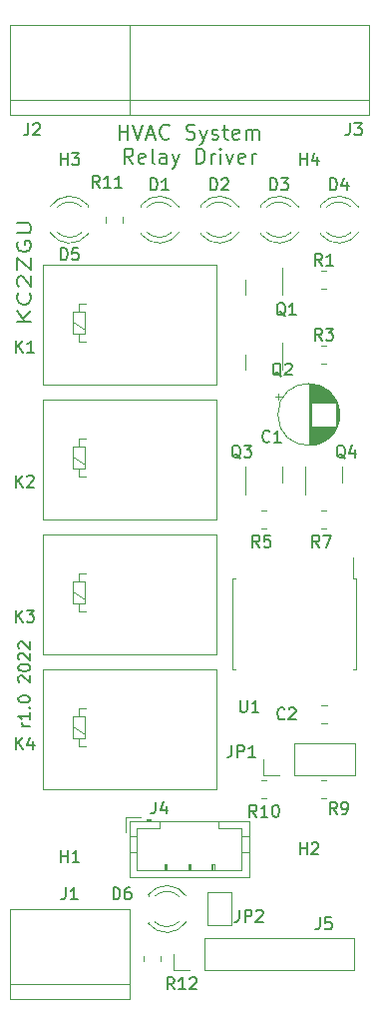
<source format=gbr>
%TF.GenerationSoftware,KiCad,Pcbnew,6.0.6*%
%TF.CreationDate,2022-09-30T13:38:31-04:00*%
%TF.ProjectId,hvac-r,68766163-2d72-42e6-9b69-6361645f7063,rev?*%
%TF.SameCoordinates,Original*%
%TF.FileFunction,Legend,Top*%
%TF.FilePolarity,Positive*%
%FSLAX46Y46*%
G04 Gerber Fmt 4.6, Leading zero omitted, Abs format (unit mm)*
G04 Created by KiCad (PCBNEW 6.0.6) date 2022-09-30 13:38:31*
%MOMM*%
%LPD*%
G01*
G04 APERTURE LIST*
%ADD10C,0.150000*%
%ADD11C,0.120000*%
G04 APERTURE END LIST*
D10*
X103322380Y-111497619D02*
X102655714Y-111497619D01*
X102846190Y-111497619D02*
X102750952Y-111450000D01*
X102703333Y-111402380D01*
X102655714Y-111307142D01*
X102655714Y-111211904D01*
X103322380Y-110354761D02*
X103322380Y-110926190D01*
X103322380Y-110640476D02*
X102322380Y-110640476D01*
X102465238Y-110735714D01*
X102560476Y-110830952D01*
X102608095Y-110926190D01*
X103227142Y-109926190D02*
X103274761Y-109878571D01*
X103322380Y-109926190D01*
X103274761Y-109973809D01*
X103227142Y-109926190D01*
X103322380Y-109926190D01*
X102322380Y-109259523D02*
X102322380Y-109164285D01*
X102370000Y-109069047D01*
X102417619Y-109021428D01*
X102512857Y-108973809D01*
X102703333Y-108926190D01*
X102941428Y-108926190D01*
X103131904Y-108973809D01*
X103227142Y-109021428D01*
X103274761Y-109069047D01*
X103322380Y-109164285D01*
X103322380Y-109259523D01*
X103274761Y-109354761D01*
X103227142Y-109402380D01*
X103131904Y-109450000D01*
X102941428Y-109497619D01*
X102703333Y-109497619D01*
X102512857Y-109450000D01*
X102417619Y-109402380D01*
X102370000Y-109354761D01*
X102322380Y-109259523D01*
X102417619Y-107783333D02*
X102370000Y-107735714D01*
X102322380Y-107640476D01*
X102322380Y-107402380D01*
X102370000Y-107307142D01*
X102417619Y-107259523D01*
X102512857Y-107211904D01*
X102608095Y-107211904D01*
X102750952Y-107259523D01*
X103322380Y-107830952D01*
X103322380Y-107211904D01*
X102322380Y-106592857D02*
X102322380Y-106497619D01*
X102370000Y-106402380D01*
X102417619Y-106354761D01*
X102512857Y-106307142D01*
X102703333Y-106259523D01*
X102941428Y-106259523D01*
X103131904Y-106307142D01*
X103227142Y-106354761D01*
X103274761Y-106402380D01*
X103322380Y-106497619D01*
X103322380Y-106592857D01*
X103274761Y-106688095D01*
X103227142Y-106735714D01*
X103131904Y-106783333D01*
X102941428Y-106830952D01*
X102703333Y-106830952D01*
X102512857Y-106783333D01*
X102417619Y-106735714D01*
X102370000Y-106688095D01*
X102322380Y-106592857D01*
X102417619Y-105878571D02*
X102370000Y-105830952D01*
X102322380Y-105735714D01*
X102322380Y-105497619D01*
X102370000Y-105402380D01*
X102417619Y-105354761D01*
X102512857Y-105307142D01*
X102608095Y-105307142D01*
X102750952Y-105354761D01*
X103322380Y-105926190D01*
X103322380Y-105307142D01*
X102417619Y-104926190D02*
X102370000Y-104878571D01*
X102322380Y-104783333D01*
X102322380Y-104545238D01*
X102370000Y-104450000D01*
X102417619Y-104402380D01*
X102512857Y-104354761D01*
X102608095Y-104354761D01*
X102750952Y-104402380D01*
X103322380Y-104973809D01*
X103322380Y-104354761D01*
X103387071Y-77197857D02*
X102244071Y-77197857D01*
X103387071Y-76327000D02*
X102733928Y-76980142D01*
X102244071Y-76327000D02*
X102897214Y-77197857D01*
X103278214Y-74803000D02*
X103332642Y-74875571D01*
X103387071Y-75093285D01*
X103387071Y-75238428D01*
X103332642Y-75456142D01*
X103223785Y-75601285D01*
X103114928Y-75673857D01*
X102897214Y-75746428D01*
X102733928Y-75746428D01*
X102516214Y-75673857D01*
X102407357Y-75601285D01*
X102298500Y-75456142D01*
X102244071Y-75238428D01*
X102244071Y-75093285D01*
X102298500Y-74875571D01*
X102352928Y-74803000D01*
X102352928Y-74222428D02*
X102298500Y-74149857D01*
X102244071Y-74004714D01*
X102244071Y-73641857D01*
X102298500Y-73496714D01*
X102352928Y-73424142D01*
X102461785Y-73351571D01*
X102570642Y-73351571D01*
X102733928Y-73424142D01*
X103387071Y-74295000D01*
X103387071Y-73351571D01*
X102244071Y-72843571D02*
X102244071Y-71827571D01*
X103387071Y-72843571D01*
X103387071Y-71827571D01*
X102298500Y-70448714D02*
X102244071Y-70593857D01*
X102244071Y-70811571D01*
X102298500Y-71029285D01*
X102407357Y-71174428D01*
X102516214Y-71247000D01*
X102733928Y-71319571D01*
X102897214Y-71319571D01*
X103114928Y-71247000D01*
X103223785Y-71174428D01*
X103332642Y-71029285D01*
X103387071Y-70811571D01*
X103387071Y-70666428D01*
X103332642Y-70448714D01*
X103278214Y-70376142D01*
X102897214Y-70376142D01*
X102897214Y-70666428D01*
X102244071Y-69723000D02*
X103169357Y-69723000D01*
X103278214Y-69650428D01*
X103332642Y-69577857D01*
X103387071Y-69432714D01*
X103387071Y-69142428D01*
X103332642Y-68997285D01*
X103278214Y-68924714D01*
X103169357Y-68852142D01*
X102244071Y-68852142D01*
X110913333Y-61782173D02*
X110913333Y-60512173D01*
X110913333Y-61116935D02*
X111639047Y-61116935D01*
X111639047Y-61782173D02*
X111639047Y-60512173D01*
X112062380Y-60512173D02*
X112485714Y-61782173D01*
X112909047Y-60512173D01*
X113271904Y-61419316D02*
X113876666Y-61419316D01*
X113150952Y-61782173D02*
X113574285Y-60512173D01*
X113997619Y-61782173D01*
X115146666Y-61661221D02*
X115086190Y-61721697D01*
X114904761Y-61782173D01*
X114783809Y-61782173D01*
X114602380Y-61721697D01*
X114481428Y-61600745D01*
X114420952Y-61479792D01*
X114360476Y-61237888D01*
X114360476Y-61056459D01*
X114420952Y-60814554D01*
X114481428Y-60693602D01*
X114602380Y-60572650D01*
X114783809Y-60512173D01*
X114904761Y-60512173D01*
X115086190Y-60572650D01*
X115146666Y-60633126D01*
X116598095Y-61721697D02*
X116779523Y-61782173D01*
X117081904Y-61782173D01*
X117202857Y-61721697D01*
X117263333Y-61661221D01*
X117323809Y-61540269D01*
X117323809Y-61419316D01*
X117263333Y-61298364D01*
X117202857Y-61237888D01*
X117081904Y-61177411D01*
X116840000Y-61116935D01*
X116719047Y-61056459D01*
X116658571Y-60995983D01*
X116598095Y-60875030D01*
X116598095Y-60754078D01*
X116658571Y-60633126D01*
X116719047Y-60572650D01*
X116840000Y-60512173D01*
X117142380Y-60512173D01*
X117323809Y-60572650D01*
X117747142Y-60935507D02*
X118049523Y-61782173D01*
X118351904Y-60935507D02*
X118049523Y-61782173D01*
X117928571Y-62084554D01*
X117868095Y-62145030D01*
X117747142Y-62205507D01*
X118775238Y-61721697D02*
X118896190Y-61782173D01*
X119138095Y-61782173D01*
X119259047Y-61721697D01*
X119319523Y-61600745D01*
X119319523Y-61540269D01*
X119259047Y-61419316D01*
X119138095Y-61358840D01*
X118956666Y-61358840D01*
X118835714Y-61298364D01*
X118775238Y-61177411D01*
X118775238Y-61116935D01*
X118835714Y-60995983D01*
X118956666Y-60935507D01*
X119138095Y-60935507D01*
X119259047Y-60995983D01*
X119682380Y-60935507D02*
X120166190Y-60935507D01*
X119863809Y-60512173D02*
X119863809Y-61600745D01*
X119924285Y-61721697D01*
X120045238Y-61782173D01*
X120166190Y-61782173D01*
X121073333Y-61721697D02*
X120952380Y-61782173D01*
X120710476Y-61782173D01*
X120589523Y-61721697D01*
X120529047Y-61600745D01*
X120529047Y-61116935D01*
X120589523Y-60995983D01*
X120710476Y-60935507D01*
X120952380Y-60935507D01*
X121073333Y-60995983D01*
X121133809Y-61116935D01*
X121133809Y-61237888D01*
X120529047Y-61358840D01*
X121678095Y-61782173D02*
X121678095Y-60935507D01*
X121678095Y-61056459D02*
X121738571Y-60995983D01*
X121859523Y-60935507D01*
X122040952Y-60935507D01*
X122161904Y-60995983D01*
X122222380Y-61116935D01*
X122222380Y-61782173D01*
X122222380Y-61116935D02*
X122282857Y-60995983D01*
X122403809Y-60935507D01*
X122585238Y-60935507D01*
X122706190Y-60995983D01*
X122766666Y-61116935D01*
X122766666Y-61782173D01*
X112062380Y-63826873D02*
X111639047Y-63222111D01*
X111336666Y-63826873D02*
X111336666Y-62556873D01*
X111820476Y-62556873D01*
X111941428Y-62617350D01*
X112001904Y-62677826D01*
X112062380Y-62798778D01*
X112062380Y-62980207D01*
X112001904Y-63101159D01*
X111941428Y-63161635D01*
X111820476Y-63222111D01*
X111336666Y-63222111D01*
X113090476Y-63766397D02*
X112969523Y-63826873D01*
X112727619Y-63826873D01*
X112606666Y-63766397D01*
X112546190Y-63645445D01*
X112546190Y-63161635D01*
X112606666Y-63040683D01*
X112727619Y-62980207D01*
X112969523Y-62980207D01*
X113090476Y-63040683D01*
X113150952Y-63161635D01*
X113150952Y-63282588D01*
X112546190Y-63403540D01*
X113876666Y-63826873D02*
X113755714Y-63766397D01*
X113695238Y-63645445D01*
X113695238Y-62556873D01*
X114904761Y-63826873D02*
X114904761Y-63161635D01*
X114844285Y-63040683D01*
X114723333Y-62980207D01*
X114481428Y-62980207D01*
X114360476Y-63040683D01*
X114904761Y-63766397D02*
X114783809Y-63826873D01*
X114481428Y-63826873D01*
X114360476Y-63766397D01*
X114300000Y-63645445D01*
X114300000Y-63524492D01*
X114360476Y-63403540D01*
X114481428Y-63343064D01*
X114783809Y-63343064D01*
X114904761Y-63282588D01*
X115388571Y-62980207D02*
X115690952Y-63826873D01*
X115993333Y-62980207D02*
X115690952Y-63826873D01*
X115570000Y-64129254D01*
X115509523Y-64189730D01*
X115388571Y-64250207D01*
X117444761Y-63826873D02*
X117444761Y-62556873D01*
X117747142Y-62556873D01*
X117928571Y-62617350D01*
X118049523Y-62738302D01*
X118110000Y-62859254D01*
X118170476Y-63101159D01*
X118170476Y-63282588D01*
X118110000Y-63524492D01*
X118049523Y-63645445D01*
X117928571Y-63766397D01*
X117747142Y-63826873D01*
X117444761Y-63826873D01*
X118714761Y-63826873D02*
X118714761Y-62980207D01*
X118714761Y-63222111D02*
X118775238Y-63101159D01*
X118835714Y-63040683D01*
X118956666Y-62980207D01*
X119077619Y-62980207D01*
X119500952Y-63826873D02*
X119500952Y-62980207D01*
X119500952Y-62556873D02*
X119440476Y-62617350D01*
X119500952Y-62677826D01*
X119561428Y-62617350D01*
X119500952Y-62556873D01*
X119500952Y-62677826D01*
X119984761Y-62980207D02*
X120287142Y-63826873D01*
X120589523Y-62980207D01*
X121557142Y-63766397D02*
X121436190Y-63826873D01*
X121194285Y-63826873D01*
X121073333Y-63766397D01*
X121012857Y-63645445D01*
X121012857Y-63161635D01*
X121073333Y-63040683D01*
X121194285Y-62980207D01*
X121436190Y-62980207D01*
X121557142Y-63040683D01*
X121617619Y-63161635D01*
X121617619Y-63282588D01*
X121012857Y-63403540D01*
X122161904Y-63826873D02*
X122161904Y-62980207D01*
X122161904Y-63222111D02*
X122222380Y-63101159D01*
X122282857Y-63040683D01*
X122403809Y-62980207D01*
X122524761Y-62980207D01*
%TO.C,JP2*%
X121086666Y-127087380D02*
X121086666Y-127801666D01*
X121039047Y-127944523D01*
X120943809Y-128039761D01*
X120800952Y-128087380D01*
X120705714Y-128087380D01*
X121562857Y-128087380D02*
X121562857Y-127087380D01*
X121943809Y-127087380D01*
X122039047Y-127135000D01*
X122086666Y-127182619D01*
X122134285Y-127277857D01*
X122134285Y-127420714D01*
X122086666Y-127515952D01*
X122039047Y-127563571D01*
X121943809Y-127611190D01*
X121562857Y-127611190D01*
X122515238Y-127182619D02*
X122562857Y-127135000D01*
X122658095Y-127087380D01*
X122896190Y-127087380D01*
X122991428Y-127135000D01*
X123039047Y-127182619D01*
X123086666Y-127277857D01*
X123086666Y-127373095D01*
X123039047Y-127515952D01*
X122467619Y-128087380D01*
X123086666Y-128087380D01*
%TO.C,R12*%
X115562142Y-133802380D02*
X115228809Y-133326190D01*
X114990714Y-133802380D02*
X114990714Y-132802380D01*
X115371666Y-132802380D01*
X115466904Y-132850000D01*
X115514523Y-132897619D01*
X115562142Y-132992857D01*
X115562142Y-133135714D01*
X115514523Y-133230952D01*
X115466904Y-133278571D01*
X115371666Y-133326190D01*
X114990714Y-133326190D01*
X116514523Y-133802380D02*
X115943095Y-133802380D01*
X116228809Y-133802380D02*
X116228809Y-132802380D01*
X116133571Y-132945238D01*
X116038333Y-133040476D01*
X115943095Y-133088095D01*
X116895476Y-132897619D02*
X116943095Y-132850000D01*
X117038333Y-132802380D01*
X117276428Y-132802380D01*
X117371666Y-132850000D01*
X117419285Y-132897619D01*
X117466904Y-132992857D01*
X117466904Y-133088095D01*
X117419285Y-133230952D01*
X116847857Y-133802380D01*
X117466904Y-133802380D01*
%TO.C,D6*%
X110386904Y-126182380D02*
X110386904Y-125182380D01*
X110625000Y-125182380D01*
X110767857Y-125230000D01*
X110863095Y-125325238D01*
X110910714Y-125420476D01*
X110958333Y-125610952D01*
X110958333Y-125753809D01*
X110910714Y-125944285D01*
X110863095Y-126039523D01*
X110767857Y-126134761D01*
X110625000Y-126182380D01*
X110386904Y-126182380D01*
X111815476Y-125182380D02*
X111625000Y-125182380D01*
X111529761Y-125230000D01*
X111482142Y-125277619D01*
X111386904Y-125420476D01*
X111339285Y-125610952D01*
X111339285Y-125991904D01*
X111386904Y-126087142D01*
X111434523Y-126134761D01*
X111529761Y-126182380D01*
X111720238Y-126182380D01*
X111815476Y-126134761D01*
X111863095Y-126087142D01*
X111910714Y-125991904D01*
X111910714Y-125753809D01*
X111863095Y-125658571D01*
X111815476Y-125610952D01*
X111720238Y-125563333D01*
X111529761Y-125563333D01*
X111434523Y-125610952D01*
X111386904Y-125658571D01*
X111339285Y-125753809D01*
%TO.C,R11*%
X109212142Y-65857380D02*
X108878809Y-65381190D01*
X108640714Y-65857380D02*
X108640714Y-64857380D01*
X109021666Y-64857380D01*
X109116904Y-64905000D01*
X109164523Y-64952619D01*
X109212142Y-65047857D01*
X109212142Y-65190714D01*
X109164523Y-65285952D01*
X109116904Y-65333571D01*
X109021666Y-65381190D01*
X108640714Y-65381190D01*
X110164523Y-65857380D02*
X109593095Y-65857380D01*
X109878809Y-65857380D02*
X109878809Y-64857380D01*
X109783571Y-65000238D01*
X109688333Y-65095476D01*
X109593095Y-65143095D01*
X111116904Y-65857380D02*
X110545476Y-65857380D01*
X110831190Y-65857380D02*
X110831190Y-64857380D01*
X110735952Y-65000238D01*
X110640714Y-65095476D01*
X110545476Y-65143095D01*
%TO.C,D5*%
X105941904Y-71992380D02*
X105941904Y-70992380D01*
X106180000Y-70992380D01*
X106322857Y-71040000D01*
X106418095Y-71135238D01*
X106465714Y-71230476D01*
X106513333Y-71420952D01*
X106513333Y-71563809D01*
X106465714Y-71754285D01*
X106418095Y-71849523D01*
X106322857Y-71944761D01*
X106180000Y-71992380D01*
X105941904Y-71992380D01*
X107418095Y-70992380D02*
X106941904Y-70992380D01*
X106894285Y-71468571D01*
X106941904Y-71420952D01*
X107037142Y-71373333D01*
X107275238Y-71373333D01*
X107370476Y-71420952D01*
X107418095Y-71468571D01*
X107465714Y-71563809D01*
X107465714Y-71801904D01*
X107418095Y-71897142D01*
X107370476Y-71944761D01*
X107275238Y-71992380D01*
X107037142Y-71992380D01*
X106941904Y-71944761D01*
X106894285Y-71897142D01*
%TO.C,H4*%
X126238095Y-63952380D02*
X126238095Y-62952380D01*
X126238095Y-63428571D02*
X126809523Y-63428571D01*
X126809523Y-63952380D02*
X126809523Y-62952380D01*
X127714285Y-63285714D02*
X127714285Y-63952380D01*
X127476190Y-62904761D02*
X127238095Y-63619047D01*
X127857142Y-63619047D01*
%TO.C,H3*%
X105918095Y-63952380D02*
X105918095Y-62952380D01*
X105918095Y-63428571D02*
X106489523Y-63428571D01*
X106489523Y-63952380D02*
X106489523Y-62952380D01*
X106870476Y-62952380D02*
X107489523Y-62952380D01*
X107156190Y-63333333D01*
X107299047Y-63333333D01*
X107394285Y-63380952D01*
X107441904Y-63428571D01*
X107489523Y-63523809D01*
X107489523Y-63761904D01*
X107441904Y-63857142D01*
X107394285Y-63904761D01*
X107299047Y-63952380D01*
X107013333Y-63952380D01*
X106918095Y-63904761D01*
X106870476Y-63857142D01*
%TO.C,H2*%
X126238095Y-122372380D02*
X126238095Y-121372380D01*
X126238095Y-121848571D02*
X126809523Y-121848571D01*
X126809523Y-122372380D02*
X126809523Y-121372380D01*
X127238095Y-121467619D02*
X127285714Y-121420000D01*
X127380952Y-121372380D01*
X127619047Y-121372380D01*
X127714285Y-121420000D01*
X127761904Y-121467619D01*
X127809523Y-121562857D01*
X127809523Y-121658095D01*
X127761904Y-121800952D01*
X127190476Y-122372380D01*
X127809523Y-122372380D01*
%TO.C,H1*%
X105918095Y-123007380D02*
X105918095Y-122007380D01*
X105918095Y-122483571D02*
X106489523Y-122483571D01*
X106489523Y-123007380D02*
X106489523Y-122007380D01*
X107489523Y-123007380D02*
X106918095Y-123007380D01*
X107203809Y-123007380D02*
X107203809Y-122007380D01*
X107108571Y-122150238D01*
X107013333Y-122245476D01*
X106918095Y-122293095D01*
%TO.C,U1*%
X121158095Y-109307380D02*
X121158095Y-110116904D01*
X121205714Y-110212142D01*
X121253333Y-110259761D01*
X121348571Y-110307380D01*
X121539047Y-110307380D01*
X121634285Y-110259761D01*
X121681904Y-110212142D01*
X121729523Y-110116904D01*
X121729523Y-109307380D01*
X122729523Y-110307380D02*
X122158095Y-110307380D01*
X122443809Y-110307380D02*
X122443809Y-109307380D01*
X122348571Y-109450238D01*
X122253333Y-109545476D01*
X122158095Y-109593095D01*
%TO.C,R10*%
X122547142Y-119197380D02*
X122213809Y-118721190D01*
X121975714Y-119197380D02*
X121975714Y-118197380D01*
X122356666Y-118197380D01*
X122451904Y-118245000D01*
X122499523Y-118292619D01*
X122547142Y-118387857D01*
X122547142Y-118530714D01*
X122499523Y-118625952D01*
X122451904Y-118673571D01*
X122356666Y-118721190D01*
X121975714Y-118721190D01*
X123499523Y-119197380D02*
X122928095Y-119197380D01*
X123213809Y-119197380D02*
X123213809Y-118197380D01*
X123118571Y-118340238D01*
X123023333Y-118435476D01*
X122928095Y-118483095D01*
X124118571Y-118197380D02*
X124213809Y-118197380D01*
X124309047Y-118245000D01*
X124356666Y-118292619D01*
X124404285Y-118387857D01*
X124451904Y-118578333D01*
X124451904Y-118816428D01*
X124404285Y-119006904D01*
X124356666Y-119102142D01*
X124309047Y-119149761D01*
X124213809Y-119197380D01*
X124118571Y-119197380D01*
X124023333Y-119149761D01*
X123975714Y-119102142D01*
X123928095Y-119006904D01*
X123880476Y-118816428D01*
X123880476Y-118578333D01*
X123928095Y-118387857D01*
X123975714Y-118292619D01*
X124023333Y-118245000D01*
X124118571Y-118197380D01*
%TO.C,R9*%
X129373333Y-118942380D02*
X129040000Y-118466190D01*
X128801904Y-118942380D02*
X128801904Y-117942380D01*
X129182857Y-117942380D01*
X129278095Y-117990000D01*
X129325714Y-118037619D01*
X129373333Y-118132857D01*
X129373333Y-118275714D01*
X129325714Y-118370952D01*
X129278095Y-118418571D01*
X129182857Y-118466190D01*
X128801904Y-118466190D01*
X129849523Y-118942380D02*
X130040000Y-118942380D01*
X130135238Y-118894761D01*
X130182857Y-118847142D01*
X130278095Y-118704285D01*
X130325714Y-118513809D01*
X130325714Y-118132857D01*
X130278095Y-118037619D01*
X130230476Y-117990000D01*
X130135238Y-117942380D01*
X129944761Y-117942380D01*
X129849523Y-117990000D01*
X129801904Y-118037619D01*
X129754285Y-118132857D01*
X129754285Y-118370952D01*
X129801904Y-118466190D01*
X129849523Y-118513809D01*
X129944761Y-118561428D01*
X130135238Y-118561428D01*
X130230476Y-118513809D01*
X130278095Y-118466190D01*
X130325714Y-118370952D01*
%TO.C,R7*%
X127876269Y-96337380D02*
X127542936Y-95861190D01*
X127304840Y-96337380D02*
X127304840Y-95337380D01*
X127685793Y-95337380D01*
X127781031Y-95385000D01*
X127828650Y-95432619D01*
X127876269Y-95527857D01*
X127876269Y-95670714D01*
X127828650Y-95765952D01*
X127781031Y-95813571D01*
X127685793Y-95861190D01*
X127304840Y-95861190D01*
X128209602Y-95337380D02*
X128876269Y-95337380D01*
X128447697Y-96337380D01*
%TO.C,R5*%
X122796269Y-96337380D02*
X122462936Y-95861190D01*
X122224840Y-96337380D02*
X122224840Y-95337380D01*
X122605793Y-95337380D01*
X122701031Y-95385000D01*
X122748650Y-95432619D01*
X122796269Y-95527857D01*
X122796269Y-95670714D01*
X122748650Y-95765952D01*
X122701031Y-95813571D01*
X122605793Y-95861190D01*
X122224840Y-95861190D01*
X123701031Y-95337380D02*
X123224840Y-95337380D01*
X123177221Y-95813571D01*
X123224840Y-95765952D01*
X123320078Y-95718333D01*
X123558174Y-95718333D01*
X123653412Y-95765952D01*
X123701031Y-95813571D01*
X123748650Y-95908809D01*
X123748650Y-96146904D01*
X123701031Y-96242142D01*
X123653412Y-96289761D01*
X123558174Y-96337380D01*
X123320078Y-96337380D01*
X123224840Y-96289761D01*
X123177221Y-96242142D01*
%TO.C,R3*%
X128103333Y-78812380D02*
X127770000Y-78336190D01*
X127531904Y-78812380D02*
X127531904Y-77812380D01*
X127912857Y-77812380D01*
X128008095Y-77860000D01*
X128055714Y-77907619D01*
X128103333Y-78002857D01*
X128103333Y-78145714D01*
X128055714Y-78240952D01*
X128008095Y-78288571D01*
X127912857Y-78336190D01*
X127531904Y-78336190D01*
X128436666Y-77812380D02*
X129055714Y-77812380D01*
X128722380Y-78193333D01*
X128865238Y-78193333D01*
X128960476Y-78240952D01*
X129008095Y-78288571D01*
X129055714Y-78383809D01*
X129055714Y-78621904D01*
X129008095Y-78717142D01*
X128960476Y-78764761D01*
X128865238Y-78812380D01*
X128579523Y-78812380D01*
X128484285Y-78764761D01*
X128436666Y-78717142D01*
%TO.C,R1*%
X128103333Y-72462380D02*
X127770000Y-71986190D01*
X127531904Y-72462380D02*
X127531904Y-71462380D01*
X127912857Y-71462380D01*
X128008095Y-71510000D01*
X128055714Y-71557619D01*
X128103333Y-71652857D01*
X128103333Y-71795714D01*
X128055714Y-71890952D01*
X128008095Y-71938571D01*
X127912857Y-71986190D01*
X127531904Y-71986190D01*
X129055714Y-72462380D02*
X128484285Y-72462380D01*
X128770000Y-72462380D02*
X128770000Y-71462380D01*
X128674761Y-71605238D01*
X128579523Y-71700476D01*
X128484285Y-71748095D01*
%TO.C,Q4*%
X130079761Y-88812619D02*
X129984523Y-88765000D01*
X129889285Y-88669761D01*
X129746428Y-88526904D01*
X129651190Y-88479285D01*
X129555952Y-88479285D01*
X129603571Y-88717380D02*
X129508333Y-88669761D01*
X129413095Y-88574523D01*
X129365476Y-88384047D01*
X129365476Y-88050714D01*
X129413095Y-87860238D01*
X129508333Y-87765000D01*
X129603571Y-87717380D01*
X129794047Y-87717380D01*
X129889285Y-87765000D01*
X129984523Y-87860238D01*
X130032142Y-88050714D01*
X130032142Y-88384047D01*
X129984523Y-88574523D01*
X129889285Y-88669761D01*
X129794047Y-88717380D01*
X129603571Y-88717380D01*
X130889285Y-88050714D02*
X130889285Y-88717380D01*
X130651190Y-87669761D02*
X130413095Y-88384047D01*
X131032142Y-88384047D01*
%TO.C,Q3*%
X121189761Y-88812619D02*
X121094523Y-88765000D01*
X120999285Y-88669761D01*
X120856428Y-88526904D01*
X120761190Y-88479285D01*
X120665952Y-88479285D01*
X120713571Y-88717380D02*
X120618333Y-88669761D01*
X120523095Y-88574523D01*
X120475476Y-88384047D01*
X120475476Y-88050714D01*
X120523095Y-87860238D01*
X120618333Y-87765000D01*
X120713571Y-87717380D01*
X120904047Y-87717380D01*
X120999285Y-87765000D01*
X121094523Y-87860238D01*
X121142142Y-88050714D01*
X121142142Y-88384047D01*
X121094523Y-88574523D01*
X120999285Y-88669761D01*
X120904047Y-88717380D01*
X120713571Y-88717380D01*
X121475476Y-87717380D02*
X122094523Y-87717380D01*
X121761190Y-88098333D01*
X121904047Y-88098333D01*
X121999285Y-88145952D01*
X122046904Y-88193571D01*
X122094523Y-88288809D01*
X122094523Y-88526904D01*
X122046904Y-88622142D01*
X121999285Y-88669761D01*
X121904047Y-88717380D01*
X121618333Y-88717380D01*
X121523095Y-88669761D01*
X121475476Y-88622142D01*
%TO.C,Q2*%
X124654761Y-81842619D02*
X124559523Y-81795000D01*
X124464285Y-81699761D01*
X124321428Y-81556904D01*
X124226190Y-81509285D01*
X124130952Y-81509285D01*
X124178571Y-81747380D02*
X124083333Y-81699761D01*
X123988095Y-81604523D01*
X123940476Y-81414047D01*
X123940476Y-81080714D01*
X123988095Y-80890238D01*
X124083333Y-80795000D01*
X124178571Y-80747380D01*
X124369047Y-80747380D01*
X124464285Y-80795000D01*
X124559523Y-80890238D01*
X124607142Y-81080714D01*
X124607142Y-81414047D01*
X124559523Y-81604523D01*
X124464285Y-81699761D01*
X124369047Y-81747380D01*
X124178571Y-81747380D01*
X124988095Y-80842619D02*
X125035714Y-80795000D01*
X125130952Y-80747380D01*
X125369047Y-80747380D01*
X125464285Y-80795000D01*
X125511904Y-80842619D01*
X125559523Y-80937857D01*
X125559523Y-81033095D01*
X125511904Y-81175952D01*
X124940476Y-81747380D01*
X125559523Y-81747380D01*
%TO.C,Q1*%
X124999761Y-76747619D02*
X124904523Y-76700000D01*
X124809285Y-76604761D01*
X124666428Y-76461904D01*
X124571190Y-76414285D01*
X124475952Y-76414285D01*
X124523571Y-76652380D02*
X124428333Y-76604761D01*
X124333095Y-76509523D01*
X124285476Y-76319047D01*
X124285476Y-75985714D01*
X124333095Y-75795238D01*
X124428333Y-75700000D01*
X124523571Y-75652380D01*
X124714047Y-75652380D01*
X124809285Y-75700000D01*
X124904523Y-75795238D01*
X124952142Y-75985714D01*
X124952142Y-76319047D01*
X124904523Y-76509523D01*
X124809285Y-76604761D01*
X124714047Y-76652380D01*
X124523571Y-76652380D01*
X125904523Y-76652380D02*
X125333095Y-76652380D01*
X125618809Y-76652380D02*
X125618809Y-75652380D01*
X125523571Y-75795238D01*
X125428333Y-75890476D01*
X125333095Y-75938095D01*
%TO.C,K4*%
X102131904Y-113482380D02*
X102131904Y-112482380D01*
X102703333Y-113482380D02*
X102274761Y-112910952D01*
X102703333Y-112482380D02*
X102131904Y-113053809D01*
X103560476Y-112815714D02*
X103560476Y-113482380D01*
X103322380Y-112434761D02*
X103084285Y-113149047D01*
X103703333Y-113149047D01*
%TO.C,K3*%
X102131904Y-102687380D02*
X102131904Y-101687380D01*
X102703333Y-102687380D02*
X102274761Y-102115952D01*
X102703333Y-101687380D02*
X102131904Y-102258809D01*
X103036666Y-101687380D02*
X103655714Y-101687380D01*
X103322380Y-102068333D01*
X103465238Y-102068333D01*
X103560476Y-102115952D01*
X103608095Y-102163571D01*
X103655714Y-102258809D01*
X103655714Y-102496904D01*
X103608095Y-102592142D01*
X103560476Y-102639761D01*
X103465238Y-102687380D01*
X103179523Y-102687380D01*
X103084285Y-102639761D01*
X103036666Y-102592142D01*
%TO.C,K2*%
X102131904Y-91257380D02*
X102131904Y-90257380D01*
X102703333Y-91257380D02*
X102274761Y-90685952D01*
X102703333Y-90257380D02*
X102131904Y-90828809D01*
X103084285Y-90352619D02*
X103131904Y-90305000D01*
X103227142Y-90257380D01*
X103465238Y-90257380D01*
X103560476Y-90305000D01*
X103608095Y-90352619D01*
X103655714Y-90447857D01*
X103655714Y-90543095D01*
X103608095Y-90685952D01*
X103036666Y-91257380D01*
X103655714Y-91257380D01*
%TO.C,K1*%
X102131904Y-79827380D02*
X102131904Y-78827380D01*
X102703333Y-79827380D02*
X102274761Y-79255952D01*
X102703333Y-78827380D02*
X102131904Y-79398809D01*
X103655714Y-79827380D02*
X103084285Y-79827380D01*
X103370000Y-79827380D02*
X103370000Y-78827380D01*
X103274761Y-78970238D01*
X103179523Y-79065476D01*
X103084285Y-79113095D01*
%TO.C,JP1*%
X120451666Y-113117380D02*
X120451666Y-113831666D01*
X120404047Y-113974523D01*
X120308809Y-114069761D01*
X120165952Y-114117380D01*
X120070714Y-114117380D01*
X120927857Y-114117380D02*
X120927857Y-113117380D01*
X121308809Y-113117380D01*
X121404047Y-113165000D01*
X121451666Y-113212619D01*
X121499285Y-113307857D01*
X121499285Y-113450714D01*
X121451666Y-113545952D01*
X121404047Y-113593571D01*
X121308809Y-113641190D01*
X120927857Y-113641190D01*
X122451666Y-114117380D02*
X121880238Y-114117380D01*
X122165952Y-114117380D02*
X122165952Y-113117380D01*
X122070714Y-113260238D01*
X121975476Y-113355476D01*
X121880238Y-113403095D01*
%TO.C,J5*%
X127936666Y-127722380D02*
X127936666Y-128436666D01*
X127889047Y-128579523D01*
X127793809Y-128674761D01*
X127650952Y-128722380D01*
X127555714Y-128722380D01*
X128889047Y-127722380D02*
X128412857Y-127722380D01*
X128365238Y-128198571D01*
X128412857Y-128150952D01*
X128508095Y-128103333D01*
X128746190Y-128103333D01*
X128841428Y-128150952D01*
X128889047Y-128198571D01*
X128936666Y-128293809D01*
X128936666Y-128531904D01*
X128889047Y-128627142D01*
X128841428Y-128674761D01*
X128746190Y-128722380D01*
X128508095Y-128722380D01*
X128412857Y-128674761D01*
X128365238Y-128627142D01*
%TO.C,J4*%
X113966666Y-117922380D02*
X113966666Y-118636666D01*
X113919047Y-118779523D01*
X113823809Y-118874761D01*
X113680952Y-118922380D01*
X113585714Y-118922380D01*
X114871428Y-118255714D02*
X114871428Y-118922380D01*
X114633333Y-117874761D02*
X114395238Y-118589047D01*
X115014285Y-118589047D01*
%TO.C,J3*%
X130476666Y-60412380D02*
X130476666Y-61126666D01*
X130429047Y-61269523D01*
X130333809Y-61364761D01*
X130190952Y-61412380D01*
X130095714Y-61412380D01*
X130857619Y-60412380D02*
X131476666Y-60412380D01*
X131143333Y-60793333D01*
X131286190Y-60793333D01*
X131381428Y-60840952D01*
X131429047Y-60888571D01*
X131476666Y-60983809D01*
X131476666Y-61221904D01*
X131429047Y-61317142D01*
X131381428Y-61364761D01*
X131286190Y-61412380D01*
X131000476Y-61412380D01*
X130905238Y-61364761D01*
X130857619Y-61317142D01*
%TO.C,J2*%
X103171666Y-60412380D02*
X103171666Y-61126666D01*
X103124047Y-61269523D01*
X103028809Y-61364761D01*
X102885952Y-61412380D01*
X102790714Y-61412380D01*
X103600238Y-60507619D02*
X103647857Y-60460000D01*
X103743095Y-60412380D01*
X103981190Y-60412380D01*
X104076428Y-60460000D01*
X104124047Y-60507619D01*
X104171666Y-60602857D01*
X104171666Y-60698095D01*
X104124047Y-60840952D01*
X103552619Y-61412380D01*
X104171666Y-61412380D01*
%TO.C,J1*%
X106346666Y-125182380D02*
X106346666Y-125896666D01*
X106299047Y-126039523D01*
X106203809Y-126134761D01*
X106060952Y-126182380D01*
X105965714Y-126182380D01*
X107346666Y-126182380D02*
X106775238Y-126182380D01*
X107060952Y-126182380D02*
X107060952Y-125182380D01*
X106965714Y-125325238D01*
X106870476Y-125420476D01*
X106775238Y-125468095D01*
%TO.C,D4*%
X128801904Y-66072380D02*
X128801904Y-65072380D01*
X129040000Y-65072380D01*
X129182857Y-65120000D01*
X129278095Y-65215238D01*
X129325714Y-65310476D01*
X129373333Y-65500952D01*
X129373333Y-65643809D01*
X129325714Y-65834285D01*
X129278095Y-65929523D01*
X129182857Y-66024761D01*
X129040000Y-66072380D01*
X128801904Y-66072380D01*
X130230476Y-65405714D02*
X130230476Y-66072380D01*
X129992380Y-65024761D02*
X129754285Y-65739047D01*
X130373333Y-65739047D01*
%TO.C,D3*%
X123721904Y-66072380D02*
X123721904Y-65072380D01*
X123960000Y-65072380D01*
X124102857Y-65120000D01*
X124198095Y-65215238D01*
X124245714Y-65310476D01*
X124293333Y-65500952D01*
X124293333Y-65643809D01*
X124245714Y-65834285D01*
X124198095Y-65929523D01*
X124102857Y-66024761D01*
X123960000Y-66072380D01*
X123721904Y-66072380D01*
X124626666Y-65072380D02*
X125245714Y-65072380D01*
X124912380Y-65453333D01*
X125055238Y-65453333D01*
X125150476Y-65500952D01*
X125198095Y-65548571D01*
X125245714Y-65643809D01*
X125245714Y-65881904D01*
X125198095Y-65977142D01*
X125150476Y-66024761D01*
X125055238Y-66072380D01*
X124769523Y-66072380D01*
X124674285Y-66024761D01*
X124626666Y-65977142D01*
%TO.C,D2*%
X118641904Y-66072380D02*
X118641904Y-65072380D01*
X118880000Y-65072380D01*
X119022857Y-65120000D01*
X119118095Y-65215238D01*
X119165714Y-65310476D01*
X119213333Y-65500952D01*
X119213333Y-65643809D01*
X119165714Y-65834285D01*
X119118095Y-65929523D01*
X119022857Y-66024761D01*
X118880000Y-66072380D01*
X118641904Y-66072380D01*
X119594285Y-65167619D02*
X119641904Y-65120000D01*
X119737142Y-65072380D01*
X119975238Y-65072380D01*
X120070476Y-65120000D01*
X120118095Y-65167619D01*
X120165714Y-65262857D01*
X120165714Y-65358095D01*
X120118095Y-65500952D01*
X119546666Y-66072380D01*
X120165714Y-66072380D01*
%TO.C,D1*%
X113561904Y-66072380D02*
X113561904Y-65072380D01*
X113800000Y-65072380D01*
X113942857Y-65120000D01*
X114038095Y-65215238D01*
X114085714Y-65310476D01*
X114133333Y-65500952D01*
X114133333Y-65643809D01*
X114085714Y-65834285D01*
X114038095Y-65929523D01*
X113942857Y-66024761D01*
X113800000Y-66072380D01*
X113561904Y-66072380D01*
X115085714Y-66072380D02*
X114514285Y-66072380D01*
X114800000Y-66072380D02*
X114800000Y-65072380D01*
X114704761Y-65215238D01*
X114609523Y-65310476D01*
X114514285Y-65358095D01*
%TO.C,C2*%
X124928333Y-110847142D02*
X124880714Y-110894761D01*
X124737857Y-110942380D01*
X124642619Y-110942380D01*
X124499761Y-110894761D01*
X124404523Y-110799523D01*
X124356904Y-110704285D01*
X124309285Y-110513809D01*
X124309285Y-110370952D01*
X124356904Y-110180476D01*
X124404523Y-110085238D01*
X124499761Y-109990000D01*
X124642619Y-109942380D01*
X124737857Y-109942380D01*
X124880714Y-109990000D01*
X124928333Y-110037619D01*
X125309285Y-110037619D02*
X125356904Y-109990000D01*
X125452142Y-109942380D01*
X125690238Y-109942380D01*
X125785476Y-109990000D01*
X125833095Y-110037619D01*
X125880714Y-110132857D01*
X125880714Y-110228095D01*
X125833095Y-110370952D01*
X125261666Y-110942380D01*
X125880714Y-110942380D01*
%TO.C,C1*%
X123658333Y-87352142D02*
X123610714Y-87399761D01*
X123467857Y-87447380D01*
X123372619Y-87447380D01*
X123229761Y-87399761D01*
X123134523Y-87304523D01*
X123086904Y-87209285D01*
X123039285Y-87018809D01*
X123039285Y-86875952D01*
X123086904Y-86685476D01*
X123134523Y-86590238D01*
X123229761Y-86495000D01*
X123372619Y-86447380D01*
X123467857Y-86447380D01*
X123610714Y-86495000D01*
X123658333Y-86542619D01*
X124610714Y-87447380D02*
X124039285Y-87447380D01*
X124325000Y-87447380D02*
X124325000Y-86447380D01*
X124229761Y-86590238D01*
X124134523Y-86685476D01*
X124039285Y-86733095D01*
D11*
%TO.C,JP2*%
X118380000Y-128400000D02*
X118380000Y-125600000D01*
X118380000Y-125600000D02*
X120380000Y-125600000D01*
X120380000Y-125600000D02*
X120380000Y-128400000D01*
X120380000Y-128400000D02*
X118380000Y-128400000D01*
%TO.C,R12*%
X114400000Y-130947936D02*
X114400000Y-131402064D01*
X112930000Y-130947936D02*
X112930000Y-131402064D01*
%TO.C,D6*%
X113370000Y-125764000D02*
X113370000Y-125920000D01*
X113370000Y-128080000D02*
X113370000Y-128236000D01*
X115971130Y-125920163D02*
G75*
G03*
X113889039Y-125920000I-1041130J-1079837D01*
G01*
X113370000Y-128235516D02*
G75*
G03*
X116602335Y-128078608I1560000J1235516D01*
G01*
X113889039Y-128080000D02*
G75*
G03*
X115971130Y-128079837I1040961J1080000D01*
G01*
X116602335Y-125921392D02*
G75*
G03*
X113370000Y-125764484I-1672335J-1078608D01*
G01*
%TO.C,R11*%
X111225000Y-68352936D02*
X111225000Y-68807064D01*
X109755000Y-68352936D02*
X109755000Y-68807064D01*
%TO.C,D5*%
X108240000Y-69816000D02*
X108240000Y-69660000D01*
X108240000Y-67500000D02*
X108240000Y-67344000D01*
X105638870Y-69659837D02*
G75*
G03*
X107720961Y-69660000I1041130J1079837D01*
G01*
X108240000Y-67344484D02*
G75*
G03*
X105007665Y-67501392I-1560000J-1235516D01*
G01*
X107720961Y-67500000D02*
G75*
G03*
X105638870Y-67500163I-1040961J-1080000D01*
G01*
X105007665Y-69658608D02*
G75*
G03*
X108240000Y-69815516I1672335J1078608D01*
G01*
%TO.C,U1*%
X120470000Y-106730000D02*
X120725000Y-106730000D01*
X120470000Y-102870000D02*
X120470000Y-106730000D01*
X120470000Y-99010000D02*
X120725000Y-99010000D01*
X130735000Y-99010000D02*
X130735000Y-97195000D01*
X120470000Y-102870000D02*
X120470000Y-99010000D01*
X130990000Y-106730000D02*
X130735000Y-106730000D01*
X130990000Y-99010000D02*
X130735000Y-99010000D01*
X130990000Y-102870000D02*
X130990000Y-106730000D01*
X130990000Y-102870000D02*
X130990000Y-99010000D01*
%TO.C,R10*%
X122962936Y-116105000D02*
X123417064Y-116105000D01*
X122962936Y-117575000D02*
X123417064Y-117575000D01*
%TO.C,R9*%
X128497064Y-117575000D02*
X128042936Y-117575000D01*
X128497064Y-116105000D02*
X128042936Y-116105000D01*
%TO.C,R7*%
X128042936Y-93245000D02*
X128497064Y-93245000D01*
X128042936Y-94715000D02*
X128497064Y-94715000D01*
%TO.C,R5*%
X122962936Y-93245000D02*
X123417064Y-93245000D01*
X122962936Y-94715000D02*
X123417064Y-94715000D01*
%TO.C,R3*%
X128042936Y-79275000D02*
X128497064Y-79275000D01*
X128042936Y-80745000D02*
X128497064Y-80745000D01*
%TO.C,R1*%
X128042936Y-72925000D02*
X128497064Y-72925000D01*
X128042936Y-74395000D02*
X128497064Y-74395000D01*
%TO.C,Q4*%
X126710000Y-90170000D02*
X126710000Y-89520000D01*
X129830000Y-90170000D02*
X129830000Y-89520000D01*
X126710000Y-90170000D02*
X126710000Y-91845000D01*
X129830000Y-90170000D02*
X129830000Y-90820000D01*
%TO.C,Q3*%
X121630000Y-90170000D02*
X121630000Y-89520000D01*
X124750000Y-90170000D02*
X124750000Y-89520000D01*
X121630000Y-90170000D02*
X121630000Y-91845000D01*
X124750000Y-90170000D02*
X124750000Y-90820000D01*
%TO.C,Q2*%
X124750000Y-80645000D02*
X124750000Y-81295000D01*
X121630000Y-80645000D02*
X121630000Y-81295000D01*
X124750000Y-80645000D02*
X124750000Y-78970000D01*
X121630000Y-80645000D02*
X121630000Y-79995000D01*
%TO.C,Q1*%
X124750000Y-74295000D02*
X124750000Y-74945000D01*
X121630000Y-74295000D02*
X121630000Y-74945000D01*
X124750000Y-74295000D02*
X124750000Y-72620000D01*
X121630000Y-74295000D02*
X121630000Y-73645000D01*
%TO.C,K4*%
X108077000Y-113182000D02*
X107442000Y-113182000D01*
X106934000Y-110642000D02*
X106934000Y-112547000D01*
X107442000Y-113182000D02*
X107442000Y-112547000D01*
X104394000Y-116840000D02*
X104394000Y-106680000D01*
X119126000Y-106680000D02*
X119126000Y-116840000D01*
X108077000Y-109982000D02*
X107442000Y-109982000D01*
X119126000Y-116840000D02*
X104394000Y-116840000D01*
X107950000Y-110642000D02*
X106934000Y-110642000D01*
X107950000Y-112547000D02*
X107950000Y-110642000D01*
X107950000Y-112547000D02*
X106934000Y-112547000D01*
X107950000Y-112166000D02*
X106934000Y-111531000D01*
X107442000Y-109982000D02*
X107442000Y-110642000D01*
X104394000Y-106680000D02*
X119126000Y-106680000D01*
%TO.C,K3*%
X108077000Y-101752000D02*
X107442000Y-101752000D01*
X106934000Y-99212000D02*
X106934000Y-101117000D01*
X107442000Y-101752000D02*
X107442000Y-101117000D01*
X104394000Y-105410000D02*
X104394000Y-95250000D01*
X119126000Y-95250000D02*
X119126000Y-105410000D01*
X108077000Y-98552000D02*
X107442000Y-98552000D01*
X119126000Y-105410000D02*
X104394000Y-105410000D01*
X107950000Y-99212000D02*
X106934000Y-99212000D01*
X107950000Y-101117000D02*
X107950000Y-99212000D01*
X107950000Y-101117000D02*
X106934000Y-101117000D01*
X107950000Y-100736000D02*
X106934000Y-100101000D01*
X107442000Y-98552000D02*
X107442000Y-99212000D01*
X104394000Y-95250000D02*
X119126000Y-95250000D01*
%TO.C,K2*%
X108077000Y-90322000D02*
X107442000Y-90322000D01*
X106934000Y-87782000D02*
X106934000Y-89687000D01*
X107442000Y-90322000D02*
X107442000Y-89687000D01*
X104394000Y-93980000D02*
X104394000Y-83820000D01*
X119126000Y-83820000D02*
X119126000Y-93980000D01*
X108077000Y-87122000D02*
X107442000Y-87122000D01*
X119126000Y-93980000D02*
X104394000Y-93980000D01*
X107950000Y-87782000D02*
X106934000Y-87782000D01*
X107950000Y-89687000D02*
X107950000Y-87782000D01*
X107950000Y-89687000D02*
X106934000Y-89687000D01*
X107950000Y-89306000D02*
X106934000Y-88671000D01*
X107442000Y-87122000D02*
X107442000Y-87782000D01*
X104394000Y-83820000D02*
X119126000Y-83820000D01*
%TO.C,K1*%
X108077000Y-78892000D02*
X107442000Y-78892000D01*
X106934000Y-76352000D02*
X106934000Y-78257000D01*
X107442000Y-78892000D02*
X107442000Y-78257000D01*
X104394000Y-82550000D02*
X104394000Y-72390000D01*
X119126000Y-72390000D02*
X119126000Y-82550000D01*
X108077000Y-75692000D02*
X107442000Y-75692000D01*
X119126000Y-82550000D02*
X104394000Y-82550000D01*
X107950000Y-76352000D02*
X106934000Y-76352000D01*
X107950000Y-78257000D02*
X107950000Y-76352000D01*
X107950000Y-78257000D02*
X106934000Y-78257000D01*
X107950000Y-77876000D02*
X106934000Y-77241000D01*
X107442000Y-75692000D02*
X107442000Y-76352000D01*
X104394000Y-72390000D02*
X119126000Y-72390000D01*
%TO.C,JP1*%
X130885000Y-115630000D02*
X130885000Y-112970000D01*
X125745000Y-115630000D02*
X130885000Y-115630000D01*
X124475000Y-115630000D02*
X123145000Y-115630000D01*
X125745000Y-112970000D02*
X130885000Y-112970000D01*
X123145000Y-115630000D02*
X123145000Y-114300000D01*
X125745000Y-115630000D02*
X125745000Y-112970000D01*
%TO.C,J5*%
X118110000Y-132140000D02*
X130870000Y-132140000D01*
X116840000Y-132140000D02*
X115510000Y-132140000D01*
X115510000Y-132140000D02*
X115510000Y-130810000D01*
X118110000Y-132140000D02*
X118110000Y-129480000D01*
X130870000Y-132140000D02*
X130870000Y-129480000D01*
X118110000Y-129480000D02*
X130870000Y-129480000D01*
%TO.C,J4*%
X119340000Y-120170000D02*
X119340000Y-119560000D01*
X116940000Y-123170000D02*
X116940000Y-123670000D01*
X114340000Y-119560000D02*
X114340000Y-120170000D01*
X111480000Y-119260000D02*
X111480000Y-120510000D01*
X112390000Y-123670000D02*
X121290000Y-123670000D01*
X113540000Y-119360000D02*
X113240000Y-119360000D01*
X121900000Y-122170000D02*
X121290000Y-122170000D01*
X116740000Y-123670000D02*
X116740000Y-123170000D01*
X116840000Y-123670000D02*
X116840000Y-123170000D01*
X118740000Y-123170000D02*
X118940000Y-123170000D01*
X112730000Y-119260000D02*
X111480000Y-119260000D01*
X111780000Y-122170000D02*
X112390000Y-122170000D01*
X121900000Y-119560000D02*
X111780000Y-119560000D01*
X111780000Y-119560000D02*
X111780000Y-124280000D01*
X112390000Y-120170000D02*
X112390000Y-123670000D01*
X116740000Y-123170000D02*
X116940000Y-123170000D01*
X114940000Y-123170000D02*
X114940000Y-123670000D01*
X113240000Y-119360000D02*
X113240000Y-119560000D01*
X111780000Y-124280000D02*
X121900000Y-124280000D01*
X111780000Y-120870000D02*
X112390000Y-120870000D01*
X113540000Y-119460000D02*
X113240000Y-119460000D01*
X118740000Y-123670000D02*
X118740000Y-123170000D01*
X118940000Y-123170000D02*
X118940000Y-123670000D01*
X114840000Y-123670000D02*
X114840000Y-123170000D01*
X114340000Y-120170000D02*
X112390000Y-120170000D01*
X121290000Y-123670000D02*
X121290000Y-120170000D01*
X114740000Y-123670000D02*
X114740000Y-123170000D01*
X121290000Y-120170000D02*
X119340000Y-120170000D01*
X121900000Y-124280000D02*
X121900000Y-119560000D01*
X118840000Y-123670000D02*
X118840000Y-123170000D01*
X121900000Y-120870000D02*
X121290000Y-120870000D01*
X114740000Y-123170000D02*
X114940000Y-123170000D01*
X113540000Y-119560000D02*
X113540000Y-119360000D01*
%TO.C,J3*%
X111760000Y-52070000D02*
X132080000Y-52070000D01*
X111760000Y-59690000D02*
X132080000Y-59690000D01*
X132080000Y-59690000D02*
X132080000Y-52070000D01*
X111760000Y-52070000D02*
X111760000Y-59690000D01*
X132080000Y-58420000D02*
X111760000Y-58420000D01*
%TO.C,J2*%
X101600000Y-52070000D02*
X101600000Y-59690000D01*
X111760000Y-59690000D02*
X111760000Y-52070000D01*
X111760000Y-58420000D02*
X101600000Y-58420000D01*
X101600000Y-59690000D02*
X111760000Y-59690000D01*
X111760000Y-52070000D02*
X101600000Y-52070000D01*
%TO.C,J1*%
X101600000Y-127000000D02*
X101600000Y-134620000D01*
X111760000Y-134620000D02*
X111760000Y-127000000D01*
X111760000Y-133350000D02*
X101600000Y-133350000D01*
X101600000Y-134620000D02*
X111760000Y-134620000D01*
X111760000Y-127000000D02*
X101600000Y-127000000D01*
%TO.C,D4*%
X127980000Y-67344000D02*
X127980000Y-67500000D01*
X127980000Y-69660000D02*
X127980000Y-69816000D01*
X130581130Y-67500163D02*
G75*
G03*
X128499039Y-67500000I-1041130J-1079837D01*
G01*
X127980000Y-69815516D02*
G75*
G03*
X131212335Y-69658608I1560000J1235516D01*
G01*
X128499039Y-69660000D02*
G75*
G03*
X130581130Y-69659837I1040961J1080000D01*
G01*
X131212335Y-67501392D02*
G75*
G03*
X127980000Y-67344484I-1672335J-1078608D01*
G01*
%TO.C,D3*%
X122900000Y-67344000D02*
X122900000Y-67500000D01*
X122900000Y-69660000D02*
X122900000Y-69816000D01*
X125501130Y-67500163D02*
G75*
G03*
X123419039Y-67500000I-1041130J-1079837D01*
G01*
X122900000Y-69815516D02*
G75*
G03*
X126132335Y-69658608I1560000J1235516D01*
G01*
X123419039Y-69660000D02*
G75*
G03*
X125501130Y-69659837I1040961J1080000D01*
G01*
X126132335Y-67501392D02*
G75*
G03*
X122900000Y-67344484I-1672335J-1078608D01*
G01*
%TO.C,D2*%
X117820000Y-67344000D02*
X117820000Y-67500000D01*
X117820000Y-69660000D02*
X117820000Y-69816000D01*
X120421130Y-67500163D02*
G75*
G03*
X118339039Y-67500000I-1041130J-1079837D01*
G01*
X117820000Y-69815516D02*
G75*
G03*
X121052335Y-69658608I1560000J1235516D01*
G01*
X118339039Y-69660000D02*
G75*
G03*
X120421130Y-69659837I1040961J1080000D01*
G01*
X121052335Y-67501392D02*
G75*
G03*
X117820000Y-67344484I-1672335J-1078608D01*
G01*
%TO.C,D1*%
X112740000Y-67344000D02*
X112740000Y-67500000D01*
X112740000Y-69660000D02*
X112740000Y-69816000D01*
X115341130Y-67500163D02*
G75*
G03*
X113259039Y-67500000I-1041130J-1079837D01*
G01*
X112740000Y-69815516D02*
G75*
G03*
X115972335Y-69658608I1560000J1235516D01*
G01*
X113259039Y-69660000D02*
G75*
G03*
X115341130Y-69659837I1040961J1080000D01*
G01*
X115972335Y-67501392D02*
G75*
G03*
X112740000Y-67344484I-1672335J-1078608D01*
G01*
%TO.C,C2*%
X128531252Y-111225000D02*
X128008748Y-111225000D01*
X128531252Y-109755000D02*
X128008748Y-109755000D01*
%TO.C,C1*%
X128061000Y-86130000D02*
X128061000Y-87438000D01*
X128941000Y-83391000D02*
X128941000Y-84050000D01*
X129221000Y-83771000D02*
X129221000Y-84050000D01*
X129181000Y-83707000D02*
X129181000Y-84050000D01*
X127460000Y-86130000D02*
X127460000Y-87626000D01*
X128261000Y-82843000D02*
X128261000Y-84050000D01*
X126980000Y-82510000D02*
X126980000Y-87670000D01*
X128141000Y-86130000D02*
X128141000Y-87400000D01*
X128821000Y-86130000D02*
X128821000Y-86916000D01*
X128421000Y-86130000D02*
X128421000Y-87239000D01*
X127701000Y-86130000D02*
X127701000Y-87570000D01*
X128461000Y-86130000D02*
X128461000Y-87212000D01*
X129141000Y-83647000D02*
X129141000Y-84050000D01*
X127060000Y-82511000D02*
X127060000Y-87669000D01*
X128581000Y-83055000D02*
X128581000Y-84050000D01*
X129541000Y-84572000D02*
X129541000Y-85608000D01*
X127781000Y-82635000D02*
X127781000Y-84050000D01*
X128301000Y-82866000D02*
X128301000Y-84050000D01*
X128101000Y-86130000D02*
X128101000Y-87419000D01*
X128901000Y-86130000D02*
X128901000Y-86833000D01*
X128621000Y-86130000D02*
X128621000Y-87094000D01*
X129221000Y-86130000D02*
X129221000Y-86409000D01*
X129261000Y-86130000D02*
X129261000Y-86341000D01*
X128781000Y-86130000D02*
X128781000Y-86954000D01*
X127540000Y-86130000D02*
X127540000Y-87610000D01*
X127460000Y-82554000D02*
X127460000Y-84050000D01*
X127701000Y-82610000D02*
X127701000Y-84050000D01*
X127901000Y-82676000D02*
X127901000Y-84050000D01*
X127660000Y-86130000D02*
X127660000Y-87581000D01*
X129501000Y-84413000D02*
X129501000Y-85767000D01*
X128381000Y-82915000D02*
X128381000Y-84050000D01*
X127741000Y-86130000D02*
X127741000Y-87558000D01*
X128861000Y-83305000D02*
X128861000Y-84050000D01*
X129141000Y-86130000D02*
X129141000Y-86533000D01*
X128701000Y-83153000D02*
X128701000Y-84050000D01*
X128421000Y-82941000D02*
X128421000Y-84050000D01*
X128101000Y-82761000D02*
X128101000Y-84050000D01*
X127340000Y-86130000D02*
X127340000Y-87646000D01*
X129181000Y-86130000D02*
X129181000Y-86473000D01*
X127580000Y-82579000D02*
X127580000Y-84050000D01*
X129341000Y-83992000D02*
X129341000Y-86188000D01*
X128901000Y-83347000D02*
X128901000Y-84050000D01*
X127220000Y-86130000D02*
X127220000Y-87659000D01*
X127500000Y-86130000D02*
X127500000Y-87618000D01*
X127420000Y-82547000D02*
X127420000Y-84050000D01*
X127140000Y-82514000D02*
X127140000Y-87666000D01*
X128501000Y-82995000D02*
X128501000Y-84050000D01*
X128221000Y-86130000D02*
X128221000Y-87358000D01*
X127981000Y-82708000D02*
X127981000Y-84050000D01*
X127620000Y-86130000D02*
X127620000Y-87591000D01*
X127500000Y-82562000D02*
X127500000Y-84050000D01*
X127020000Y-82510000D02*
X127020000Y-87670000D01*
X128021000Y-82725000D02*
X128021000Y-84050000D01*
X128981000Y-86130000D02*
X128981000Y-86743000D01*
X127620000Y-82589000D02*
X127620000Y-84050000D01*
X127300000Y-82529000D02*
X127300000Y-84050000D01*
X128341000Y-82890000D02*
X128341000Y-84050000D01*
X128581000Y-86130000D02*
X128581000Y-87125000D01*
X128821000Y-83264000D02*
X128821000Y-84050000D01*
X127380000Y-86130000D02*
X127380000Y-87640000D01*
X127821000Y-82648000D02*
X127821000Y-84050000D01*
X127540000Y-82570000D02*
X127540000Y-84050000D01*
X127380000Y-82540000D02*
X127380000Y-84050000D01*
X128381000Y-86130000D02*
X128381000Y-87265000D01*
X127941000Y-86130000D02*
X127941000Y-87488000D01*
X127100000Y-82512000D02*
X127100000Y-87668000D01*
X127180000Y-82517000D02*
X127180000Y-87663000D01*
X127220000Y-82521000D02*
X127220000Y-84050000D01*
X127580000Y-86130000D02*
X127580000Y-87601000D01*
X128861000Y-86130000D02*
X128861000Y-86875000D01*
X128181000Y-82800000D02*
X128181000Y-84050000D01*
X128541000Y-83025000D02*
X128541000Y-84050000D01*
X128021000Y-86130000D02*
X128021000Y-87455000D01*
X128981000Y-83437000D02*
X128981000Y-84050000D01*
X127340000Y-82534000D02*
X127340000Y-84050000D01*
X128701000Y-86130000D02*
X128701000Y-87027000D01*
X127821000Y-86130000D02*
X127821000Y-87532000D01*
X128541000Y-86130000D02*
X128541000Y-87155000D01*
X128261000Y-86130000D02*
X128261000Y-87337000D01*
X128741000Y-86130000D02*
X128741000Y-86991000D01*
X127781000Y-86130000D02*
X127781000Y-87545000D01*
X128301000Y-86130000D02*
X128301000Y-87314000D01*
X127941000Y-82692000D02*
X127941000Y-84050000D01*
X124175225Y-83615000D02*
X124675225Y-83615000D01*
X129021000Y-86130000D02*
X129021000Y-86695000D01*
X129461000Y-84285000D02*
X129461000Y-85895000D01*
X129261000Y-83839000D02*
X129261000Y-84050000D01*
X127861000Y-86130000D02*
X127861000Y-87518000D01*
X127260000Y-86130000D02*
X127260000Y-87655000D01*
X129581000Y-84806000D02*
X129581000Y-85374000D01*
X127861000Y-82662000D02*
X127861000Y-84050000D01*
X129381000Y-84079000D02*
X129381000Y-86101000D01*
X127981000Y-86130000D02*
X127981000Y-87472000D01*
X128621000Y-83086000D02*
X128621000Y-84050000D01*
X129101000Y-83590000D02*
X129101000Y-84050000D01*
X129301000Y-83912000D02*
X129301000Y-86268000D01*
X128461000Y-82968000D02*
X128461000Y-84050000D01*
X128341000Y-86130000D02*
X128341000Y-87290000D01*
X127901000Y-86130000D02*
X127901000Y-87504000D01*
X124425225Y-83365000D02*
X124425225Y-83865000D01*
X128061000Y-82742000D02*
X128061000Y-84050000D01*
X128661000Y-83119000D02*
X128661000Y-84050000D01*
X127660000Y-82599000D02*
X127660000Y-84050000D01*
X128501000Y-86130000D02*
X128501000Y-87185000D01*
X127300000Y-86130000D02*
X127300000Y-87651000D01*
X128181000Y-86130000D02*
X128181000Y-87380000D01*
X128221000Y-82822000D02*
X128221000Y-84050000D01*
X129061000Y-83536000D02*
X129061000Y-84050000D01*
X128141000Y-82780000D02*
X128141000Y-84050000D01*
X129061000Y-86130000D02*
X129061000Y-86644000D01*
X129421000Y-84175000D02*
X129421000Y-86005000D01*
X128661000Y-86130000D02*
X128661000Y-87061000D01*
X127260000Y-82525000D02*
X127260000Y-84050000D01*
X129101000Y-86130000D02*
X129101000Y-86590000D01*
X128741000Y-83189000D02*
X128741000Y-84050000D01*
X127420000Y-86130000D02*
X127420000Y-87633000D01*
X129021000Y-83485000D02*
X129021000Y-84050000D01*
X127741000Y-82622000D02*
X127741000Y-84050000D01*
X128941000Y-86130000D02*
X128941000Y-86789000D01*
X128781000Y-83226000D02*
X128781000Y-84050000D01*
X129600000Y-85090000D02*
G75*
G03*
X129600000Y-85090000I-2620000J0D01*
G01*
%TD*%
M02*

</source>
